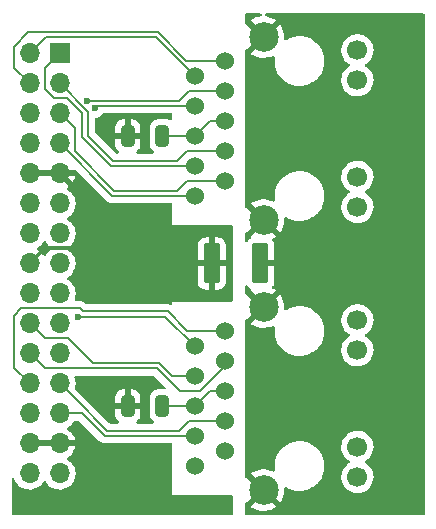
<source format=gtl>
%TF.GenerationSoftware,KiCad,Pcbnew,6.0.0*%
%TF.CreationDate,2022-01-23T14:05:37+02:00*%
%TF.ProjectId,colorlight-i5-ethernet,636f6c6f-726c-4696-9768-742d69352d65,rev?*%
%TF.SameCoordinates,Original*%
%TF.FileFunction,Copper,L1,Top*%
%TF.FilePolarity,Positive*%
%FSLAX46Y46*%
G04 Gerber Fmt 4.6, Leading zero omitted, Abs format (unit mm)*
G04 Created by KiCad (PCBNEW 6.0.0) date 2022-01-23 14:05:37*
%MOMM*%
%LPD*%
G01*
G04 APERTURE LIST*
G04 Aperture macros list*
%AMRoundRect*
0 Rectangle with rounded corners*
0 $1 Rounding radius*
0 $2 $3 $4 $5 $6 $7 $8 $9 X,Y pos of 4 corners*
0 Add a 4 corners polygon primitive as box body*
4,1,4,$2,$3,$4,$5,$6,$7,$8,$9,$2,$3,0*
0 Add four circle primitives for the rounded corners*
1,1,$1+$1,$2,$3*
1,1,$1+$1,$4,$5*
1,1,$1+$1,$6,$7*
1,1,$1+$1,$8,$9*
0 Add four rect primitives between the rounded corners*
20,1,$1+$1,$2,$3,$4,$5,0*
20,1,$1+$1,$4,$5,$6,$7,0*
20,1,$1+$1,$6,$7,$8,$9,0*
20,1,$1+$1,$8,$9,$2,$3,0*%
G04 Aperture macros list end*
%TA.AperFunction,ComponentPad*%
%ADD10C,2.500000*%
%TD*%
%TA.AperFunction,ComponentPad*%
%ADD11C,1.700000*%
%TD*%
%TA.AperFunction,ComponentPad*%
%ADD12C,1.524000*%
%TD*%
%TA.AperFunction,ComponentPad*%
%ADD13R,1.700000X1.700000*%
%TD*%
%TA.AperFunction,ComponentPad*%
%ADD14O,1.700000X1.700000*%
%TD*%
%TA.AperFunction,SMDPad,CuDef*%
%ADD15RoundRect,0.249999X0.450001X1.450001X-0.450001X1.450001X-0.450001X-1.450001X0.450001X-1.450001X0*%
%TD*%
%TA.AperFunction,SMDPad,CuDef*%
%ADD16RoundRect,0.250000X0.325000X0.650000X-0.325000X0.650000X-0.325000X-0.650000X0.325000X-0.650000X0*%
%TD*%
%TA.AperFunction,ViaPad*%
%ADD17C,0.600000*%
%TD*%
%TA.AperFunction,Conductor*%
%ADD18C,0.500000*%
%TD*%
%TA.AperFunction,Conductor*%
%ADD19C,0.300000*%
%TD*%
%TA.AperFunction,Conductor*%
%ADD20C,0.200000*%
%TD*%
G04 APERTURE END LIST*
D10*
%TO.P,J2,SH*%
%TO.N,Earth*%
X52830000Y-24000000D03*
X52830000Y-39500000D03*
D11*
%TO.P,J2,14*%
%TO.N,Net-(J2-Pad14)*%
X60780000Y-25120000D03*
%TO.P,J2,13*%
%TO.N,Net-(J2-Pad13)*%
X60780000Y-27660000D03*
%TO.P,J2,12*%
%TO.N,Net-(J2-Pad12)*%
X60780000Y-35840000D03*
%TO.P,J2,11*%
%TO.N,Net-(J2-Pad11)*%
X60780000Y-38380000D03*
D12*
%TO.P,J2,10*%
%TO.N,/ETH1_4_N*%
X49530000Y-26035000D03*
%TO.P,J2,9*%
%TO.N,/ETH1_4_P*%
X46990000Y-27305000D03*
%TO.P,J2,8*%
%TO.N,/ETH1_3_N*%
X49530000Y-28575000D03*
%TO.P,J2,7*%
%TO.N,/ETH1_3_P*%
X46990000Y-29845000D03*
%TO.P,J2,6*%
%TO.N,Net-(C1-Pad1)*%
X49530000Y-31115000D03*
%TO.P,J2,5*%
X46990000Y-32385000D03*
%TO.P,J2,4*%
%TO.N,/ETH1_2_N*%
X49530000Y-33655000D03*
%TO.P,J2,3*%
%TO.N,/ETH1_2_P*%
X46990000Y-34925000D03*
%TO.P,J2,2*%
%TO.N,/ETH1_1_N*%
X49530000Y-36195000D03*
%TO.P,J2,1*%
%TO.N,/ETH1_1_P*%
X46990000Y-37465000D03*
%TD*%
D10*
%TO.P,J3,SH*%
%TO.N,Earth*%
X52830000Y-46860000D03*
X52830000Y-62360000D03*
D11*
%TO.P,J3,14*%
%TO.N,Net-(J3-Pad14)*%
X60780000Y-47980000D03*
%TO.P,J3,13*%
%TO.N,Net-(J3-Pad13)*%
X60780000Y-50520000D03*
%TO.P,J3,12*%
%TO.N,Net-(J3-Pad12)*%
X60780000Y-58700000D03*
%TO.P,J3,11*%
%TO.N,Net-(J3-Pad11)*%
X60780000Y-61240000D03*
D12*
%TO.P,J3,10*%
%TO.N,/ETH2_4_N*%
X49530000Y-48895000D03*
%TO.P,J3,9*%
%TO.N,/ETH2_4_P*%
X46990000Y-50165000D03*
%TO.P,J3,8*%
%TO.N,/ETH2_3_N*%
X49530000Y-51435000D03*
%TO.P,J3,7*%
%TO.N,/ETH2_3_P*%
X46990000Y-52705000D03*
%TO.P,J3,6*%
%TO.N,Net-(C2-Pad1)*%
X49530000Y-53975000D03*
%TO.P,J3,5*%
X46990000Y-55245000D03*
%TO.P,J3,4*%
%TO.N,/ETH2_2_N*%
X49530000Y-56515000D03*
%TO.P,J3,3*%
%TO.N,/ETH2_2_P*%
X46990000Y-57785000D03*
%TO.P,J3,2*%
%TO.N,/ETH2_1_N*%
X49530000Y-59055000D03*
%TO.P,J3,1*%
%TO.N,/ETH2_1_P*%
X46990000Y-60325000D03*
%TD*%
D13*
%TO.P,J1,1*%
%TO.N,/ETH1_2_P*%
X35560000Y-25400000D03*
D14*
%TO.P,J1,30*%
%TO.N,/ETH1_4_P*%
X33020000Y-25400000D03*
%TO.P,J1,2*%
%TO.N,/ETH1_2_N*%
X35560000Y-27940000D03*
%TO.P,J1,29*%
%TO.N,/ETH1_4_N*%
X33020000Y-27940000D03*
%TO.P,J1,3*%
%TO.N,/ETH1_1_N*%
X35560000Y-30480000D03*
%TO.P,J1,28*%
%TO.N,/ETH1_3_N*%
X33020000Y-30480000D03*
%TO.P,J1,4*%
%TO.N,/ETH1_1_P*%
X35560000Y-33020000D03*
%TO.P,J1,27*%
%TO.N,/ETH1_3_P*%
X33020000Y-33020000D03*
%TO.P,J1,5*%
%TO.N,GND*%
X35560000Y-35560000D03*
%TO.P,J1,26*%
X33020000Y-35560000D03*
%TO.P,J1,6*%
%TO.N,Net-(J1-Pad6)*%
X35560000Y-38100000D03*
%TO.P,J1,25*%
%TO.N,Net-(J1-Pad25)*%
X33020000Y-38100000D03*
%TO.P,J1,7*%
%TO.N,Net-(J1-Pad7)*%
X35560000Y-40640000D03*
%TO.P,J1,24*%
%TO.N,Net-(J1-Pad24)*%
X33020000Y-40640000D03*
%TO.P,J1,8*%
%TO.N,Net-(J1-Pad8)*%
X35560000Y-43180000D03*
%TO.P,J1,23*%
%TO.N,GND*%
X33020000Y-43180000D03*
%TO.P,J1,9*%
%TO.N,Net-(J1-Pad9)*%
X35560000Y-45720000D03*
%TO.P,J1,22*%
%TO.N,Net-(J1-Pad22)*%
X33020000Y-45720000D03*
%TO.P,J1,10*%
%TO.N,/ETH2_1_P*%
X35560000Y-48260000D03*
%TO.P,J1,21*%
%TO.N,/ETH2_3_P*%
X33020000Y-48260000D03*
%TO.P,J1,11*%
%TO.N,/ETH2_1_N*%
X35560000Y-50800000D03*
%TO.P,J1,20*%
%TO.N,/ETH2_3_N*%
X33020000Y-50800000D03*
%TO.P,J1,12*%
%TO.N,/ETH2_2_N*%
X35560000Y-53340000D03*
%TO.P,J1,19*%
%TO.N,/ETH2_4_N*%
X33020000Y-53340000D03*
%TO.P,J1,13*%
%TO.N,/ETH2_2_P*%
X35560000Y-55880000D03*
%TO.P,J1,18*%
%TO.N,/ETH2_4_P*%
X33020000Y-55880000D03*
%TO.P,J1,14*%
%TO.N,GND*%
X35560000Y-58420000D03*
%TO.P,J1,17*%
X33020000Y-58420000D03*
%TO.P,J1,15*%
%TO.N,Net-(J1-Pad15)*%
X35560000Y-60960000D03*
%TO.P,J1,16*%
%TO.N,Net-(J1-Pad16)*%
X33020000Y-60960000D03*
%TD*%
D15*
%TO.P,C3,2*%
%TO.N,GND*%
X48450000Y-43180000D03*
%TO.P,C3,1*%
%TO.N,Earth*%
X52550000Y-43180000D03*
%TD*%
D16*
%TO.P,C2,2*%
%TO.N,GND*%
X41324000Y-55245000D03*
%TO.P,C2,1*%
%TO.N,Net-(C2-Pad1)*%
X44274000Y-55245000D03*
%TD*%
%TO.P,C1,2*%
%TO.N,GND*%
X41324000Y-32385000D03*
%TO.P,C1,1*%
%TO.N,Net-(C1-Pad1)*%
X44274000Y-32385000D03*
%TD*%
D17*
%TO.N,GND*%
X46736000Y-43180000D03*
X46736000Y-42164000D03*
X46736000Y-41148000D03*
X46736000Y-44196000D03*
X46736000Y-45212000D03*
X40132000Y-32385000D03*
X40132000Y-55245000D03*
X37338000Y-37211000D03*
X37338000Y-39370000D03*
X37338000Y-41910000D03*
X42926000Y-58801000D03*
X42037000Y-58801000D03*
X43815000Y-58775600D03*
X42037000Y-61849000D03*
X42926000Y-61849000D03*
X43815000Y-61849000D03*
%TO.N,Earth*%
X54610000Y-41148000D03*
X66040000Y-43180000D03*
X54610000Y-43180000D03*
X54610000Y-42164000D03*
X54610000Y-45212000D03*
X54610000Y-44196000D03*
X66040000Y-41148000D03*
X66040000Y-39116000D03*
X66040000Y-37084000D03*
X66040000Y-35052000D03*
X66040000Y-33020000D03*
X66040000Y-30988000D03*
X66040000Y-28956000D03*
X66040000Y-26924000D03*
X66040000Y-24892000D03*
X66040000Y-22860000D03*
X66040000Y-45212000D03*
X66040000Y-47244000D03*
X66040000Y-49276000D03*
X66040000Y-51308000D03*
X66040000Y-53340000D03*
X66040000Y-55372000D03*
X66040000Y-57404000D03*
X66040000Y-59436000D03*
X66040000Y-61468000D03*
X66040000Y-63500000D03*
%TO.N,/ETH1_3_N*%
X37909500Y-29400500D03*
%TO.N,/ETH1_3_P*%
X38544500Y-30035500D03*
%TO.N,/ETH2_4_P*%
X37084000Y-47688500D03*
%TD*%
D18*
%TO.N,GND*%
X35560000Y-35560000D02*
X36703000Y-36703000D01*
D19*
X34290000Y-41910000D02*
X37338000Y-41910000D01*
X33020000Y-43180000D02*
X34290000Y-41910000D01*
D20*
%TO.N,Net-(C1-Pad1)*%
X48260000Y-31115000D02*
X46990000Y-32385000D01*
X49530000Y-31115000D02*
X48260000Y-31115000D01*
X44274000Y-32385000D02*
X46990000Y-32385000D01*
%TO.N,Net-(C2-Pad1)*%
X48260000Y-53975000D02*
X46990000Y-55245000D01*
X49530000Y-53975000D02*
X48260000Y-53975000D01*
X46990000Y-55245000D02*
X44274000Y-55245000D01*
%TO.N,/ETH1_4_P*%
X34391600Y-24028400D02*
X33020000Y-25400000D01*
X43713400Y-24028400D02*
X34391600Y-24028400D01*
X46990000Y-27305000D02*
X43713400Y-24028400D01*
%TO.N,/ETH1_4_N*%
X31699200Y-24815800D02*
X31699200Y-26619200D01*
X32893000Y-23622000D02*
X31699200Y-24815800D01*
X43878500Y-23622000D02*
X32893000Y-23622000D01*
X46291500Y-26035000D02*
X43878500Y-23622000D01*
X31699200Y-26619200D02*
X33020000Y-27940000D01*
X49530000Y-26035000D02*
X46291500Y-26035000D01*
%TO.N,/ETH1_3_N*%
X46482000Y-28575000D02*
X49530000Y-28575000D01*
X45656500Y-29400500D02*
X46482000Y-28575000D01*
X37909500Y-29400500D02*
X45656500Y-29400500D01*
%TO.N,/ETH1_3_P*%
X38544500Y-30035500D02*
X38735000Y-29845000D01*
X38735000Y-29845000D02*
X46990000Y-29845000D01*
%TO.N,/ETH2_3_P*%
X33020000Y-48260000D02*
X34290000Y-49530000D01*
X34290000Y-49530000D02*
X36258500Y-49530000D01*
X36258500Y-49530000D02*
X38354000Y-51625500D01*
X38354000Y-51625500D02*
X44005500Y-51625500D01*
X44005500Y-51625500D02*
X45085000Y-52705000D01*
X45085000Y-52705000D02*
X46990000Y-52705000D01*
%TO.N,/ETH2_3_N*%
X33020000Y-50800000D02*
X34290000Y-52070000D01*
X45720000Y-53975000D02*
X47434500Y-53975000D01*
X34290000Y-52070000D02*
X43815000Y-52070000D01*
X43815000Y-52070000D02*
X45720000Y-53975000D01*
X47434500Y-53975000D02*
X49530000Y-51879500D01*
X49530000Y-51879500D02*
X49530000Y-51435000D01*
%TO.N,/ETH2_4_N*%
X46355000Y-48895000D02*
X49530000Y-48895000D01*
X44704000Y-47244000D02*
X46355000Y-48895000D01*
X37528500Y-47244000D02*
X44704000Y-47244000D01*
X37274500Y-46990000D02*
X37528500Y-47244000D01*
X32321500Y-46990000D02*
X37274500Y-46990000D01*
X31686500Y-47625000D02*
X32321500Y-46990000D01*
X31686500Y-52006500D02*
X31686500Y-47625000D01*
X33020000Y-53340000D02*
X31686500Y-52006500D01*
%TO.N,/ETH2_4_P*%
X44513500Y-47688500D02*
X46990000Y-50165000D01*
X37084000Y-47688500D02*
X44513500Y-47688500D01*
%TO.N,/ETH2_2_P*%
X37465000Y-55880000D02*
X35560000Y-55880000D01*
X39370000Y-57785000D02*
X37465000Y-55880000D01*
X46990000Y-57785000D02*
X39370000Y-57785000D01*
%TO.N,/ETH2_2_N*%
X36830000Y-54610000D02*
X35560000Y-53340000D01*
X39560500Y-57340500D02*
X36830000Y-54610000D01*
X45656500Y-57340500D02*
X39560500Y-57340500D01*
X46482000Y-56515000D02*
X45656500Y-57340500D01*
X49530000Y-56515000D02*
X46482000Y-56515000D01*
%TO.N,/ETH1_1_P*%
X35560000Y-33020000D02*
X40005000Y-37465000D01*
X40005000Y-37465000D02*
X46990000Y-37465000D01*
%TO.N,/ETH1_1_N*%
X36830000Y-31750000D02*
X35560000Y-30480000D01*
X36830000Y-33655000D02*
X36830000Y-31750000D01*
X40195500Y-37020500D02*
X36830000Y-33655000D01*
X46355000Y-36195000D02*
X45529500Y-37020500D01*
X45529500Y-37020500D02*
X40195500Y-37020500D01*
X49530000Y-36195000D02*
X46355000Y-36195000D01*
%TO.N,/ETH1_2_N*%
X37973000Y-30353000D02*
X35560000Y-27940000D01*
X40068500Y-34480500D02*
X37973000Y-32385000D01*
X37973000Y-32385000D02*
X37973000Y-30353000D01*
X45529500Y-34480500D02*
X40068500Y-34480500D01*
X46355000Y-33655000D02*
X45529500Y-34480500D01*
X49530000Y-33655000D02*
X46355000Y-33655000D01*
%TO.N,/ETH1_2_P*%
X34290000Y-26670000D02*
X35560000Y-25400000D01*
X34290000Y-28448000D02*
X34290000Y-26670000D01*
X35052000Y-29210000D02*
X34290000Y-28448000D01*
X36195000Y-29210000D02*
X35052000Y-29210000D01*
X37465000Y-32448500D02*
X37465000Y-30480000D01*
X37465000Y-30480000D02*
X36195000Y-29210000D01*
X39941500Y-34925000D02*
X37465000Y-32448500D01*
X46990000Y-34925000D02*
X39941500Y-34925000D01*
%TD*%
%TA.AperFunction,Conductor*%
%TO.N,Earth*%
G36*
X52637636Y-22028002D02*
G01*
X52684129Y-22081658D01*
X52694233Y-22151932D01*
X52664739Y-22216512D01*
X52605013Y-22254896D01*
X52586506Y-22258849D01*
X52468097Y-22274964D01*
X52458978Y-22276902D01*
X52217098Y-22347404D01*
X52208367Y-22350667D01*
X51979558Y-22456151D01*
X51971406Y-22460670D01*
X51792353Y-22578062D01*
X51783216Y-22588803D01*
X51787789Y-22598579D01*
X52817188Y-23627978D01*
X52831132Y-23635592D01*
X52832965Y-23635461D01*
X52839580Y-23631210D01*
X53868419Y-22602371D01*
X53874803Y-22590681D01*
X53865391Y-22578570D01*
X53728593Y-22483670D01*
X53720565Y-22478942D01*
X53494593Y-22367505D01*
X53485960Y-22364017D01*
X53245998Y-22287205D01*
X53236938Y-22285029D01*
X53073197Y-22258362D01*
X53009178Y-22227670D01*
X52971914Y-22167238D01*
X52973238Y-22096254D01*
X53012728Y-22037254D01*
X53077848Y-22008970D01*
X53093451Y-22008000D01*
X66366000Y-22008000D01*
X66434121Y-22028002D01*
X66480614Y-22081658D01*
X66492000Y-22134000D01*
X66492000Y-64366000D01*
X66471998Y-64434121D01*
X66418342Y-64480614D01*
X66366000Y-64492000D01*
X51376000Y-64492000D01*
X51307879Y-64471998D01*
X51261386Y-64418342D01*
X51250000Y-64366000D01*
X51250000Y-63769133D01*
X51785612Y-63769133D01*
X51794325Y-63780653D01*
X51892018Y-63852284D01*
X51899928Y-63857227D01*
X52122890Y-63974533D01*
X52131453Y-63978256D01*
X52369304Y-64061318D01*
X52378313Y-64063732D01*
X52625842Y-64110727D01*
X52635098Y-64111781D01*
X52886857Y-64121673D01*
X52896171Y-64121347D01*
X53146615Y-64093920D01*
X53155792Y-64092219D01*
X53399431Y-64028074D01*
X53408251Y-64025037D01*
X53639736Y-63925583D01*
X53648008Y-63921276D01*
X53862249Y-63788700D01*
X53869188Y-63783658D01*
X53877518Y-63771019D01*
X53871456Y-63760666D01*
X52842812Y-62732022D01*
X52828868Y-62724408D01*
X52827035Y-62724539D01*
X52820420Y-62728790D01*
X51792270Y-63756940D01*
X51785612Y-63769133D01*
X51250000Y-63769133D01*
X51250000Y-63528424D01*
X51270002Y-63460303D01*
X51323658Y-63413810D01*
X51385095Y-63404977D01*
X51385250Y-63402840D01*
X51419120Y-63405303D01*
X51433123Y-63397667D01*
X52457978Y-62372812D01*
X52465592Y-62358868D01*
X52465461Y-62357035D01*
X52461210Y-62350420D01*
X51431321Y-61320531D01*
X51417377Y-61312917D01*
X51384989Y-61315233D01*
X51315615Y-61300142D01*
X51265413Y-61249940D01*
X51250000Y-61189554D01*
X51250000Y-60948803D01*
X51783216Y-60948803D01*
X51787789Y-60958579D01*
X54229913Y-63400703D01*
X54242293Y-63407463D01*
X54250634Y-63401219D01*
X54376765Y-63205127D01*
X54381212Y-63196936D01*
X54484691Y-62967222D01*
X54487882Y-62958455D01*
X54556269Y-62715976D01*
X54558129Y-62706834D01*
X54590116Y-62455396D01*
X54590597Y-62449108D01*
X54592847Y-62363160D01*
X54592696Y-62356851D01*
X54584252Y-62243227D01*
X54599151Y-62173811D01*
X54649214Y-62123470D01*
X54718545Y-62108186D01*
X54768865Y-62122535D01*
X55020392Y-62255712D01*
X55098160Y-62284171D01*
X55279194Y-62350420D01*
X55290373Y-62354511D01*
X55571264Y-62415755D01*
X55599841Y-62418004D01*
X55794282Y-62433307D01*
X55794291Y-62433307D01*
X55796739Y-62433500D01*
X55952271Y-62433500D01*
X55954407Y-62433354D01*
X55954418Y-62433354D01*
X56162548Y-62419165D01*
X56162554Y-62419164D01*
X56166825Y-62418873D01*
X56171020Y-62418004D01*
X56171022Y-62418004D01*
X56307584Y-62389723D01*
X56448342Y-62360574D01*
X56719343Y-62264607D01*
X56974812Y-62132750D01*
X56978313Y-62130289D01*
X56978317Y-62130287D01*
X57105802Y-62040689D01*
X57210023Y-61967441D01*
X57331437Y-61854616D01*
X57417479Y-61774661D01*
X57417481Y-61774658D01*
X57420622Y-61771740D01*
X57602713Y-61549268D01*
X57752927Y-61304142D01*
X57795704Y-61206695D01*
X59417251Y-61206695D01*
X59417548Y-61211848D01*
X59417548Y-61211851D01*
X59429812Y-61424547D01*
X59430110Y-61429715D01*
X59431247Y-61434761D01*
X59431248Y-61434767D01*
X59451119Y-61522939D01*
X59479222Y-61647639D01*
X59563266Y-61854616D01*
X59679987Y-62045088D01*
X59826250Y-62213938D01*
X59889005Y-62266038D01*
X59993795Y-62353036D01*
X59998126Y-62356632D01*
X60191000Y-62469338D01*
X60399692Y-62549030D01*
X60404760Y-62550061D01*
X60404763Y-62550062D01*
X60512017Y-62571883D01*
X60618597Y-62593567D01*
X60623772Y-62593757D01*
X60623774Y-62593757D01*
X60836673Y-62601564D01*
X60836677Y-62601564D01*
X60841837Y-62601753D01*
X60846957Y-62601097D01*
X60846959Y-62601097D01*
X61058288Y-62574025D01*
X61058289Y-62574025D01*
X61063416Y-62573368D01*
X61068366Y-62571883D01*
X61272429Y-62510661D01*
X61272434Y-62510659D01*
X61277384Y-62509174D01*
X61477994Y-62410896D01*
X61659860Y-62281173D01*
X61818096Y-62123489D01*
X61877594Y-62040689D01*
X61945435Y-61946277D01*
X61948453Y-61942077D01*
X62047430Y-61741811D01*
X62105929Y-61549268D01*
X62110865Y-61533023D01*
X62110865Y-61533021D01*
X62112370Y-61528069D01*
X62141529Y-61306590D01*
X62143156Y-61240000D01*
X62124852Y-61017361D01*
X62070431Y-60800702D01*
X61981354Y-60595840D01*
X61891989Y-60457703D01*
X61862822Y-60412617D01*
X61862820Y-60412614D01*
X61860014Y-60408277D01*
X61709670Y-60243051D01*
X61705619Y-60239852D01*
X61705615Y-60239848D01*
X61538414Y-60107800D01*
X61538410Y-60107798D01*
X61534359Y-60104598D01*
X61493053Y-60081796D01*
X61443084Y-60031364D01*
X61428312Y-59961921D01*
X61453428Y-59895516D01*
X61480780Y-59868909D01*
X61524603Y-59837650D01*
X61659860Y-59741173D01*
X61818096Y-59583489D01*
X61877594Y-59500689D01*
X61945435Y-59406277D01*
X61948453Y-59402077D01*
X61964566Y-59369476D01*
X62045136Y-59206453D01*
X62045137Y-59206451D01*
X62047430Y-59201811D01*
X62112370Y-58988069D01*
X62141529Y-58766590D01*
X62143156Y-58700000D01*
X62124852Y-58477361D01*
X62070431Y-58260702D01*
X61981354Y-58055840D01*
X61860014Y-57868277D01*
X61709670Y-57703051D01*
X61705619Y-57699852D01*
X61705615Y-57699848D01*
X61538414Y-57567800D01*
X61538410Y-57567798D01*
X61534359Y-57564598D01*
X61338789Y-57456638D01*
X61333920Y-57454914D01*
X61333916Y-57454912D01*
X61133087Y-57383795D01*
X61133083Y-57383794D01*
X61128212Y-57382069D01*
X61123119Y-57381162D01*
X61123116Y-57381161D01*
X60913373Y-57343800D01*
X60913367Y-57343799D01*
X60908284Y-57342894D01*
X60834452Y-57341992D01*
X60690081Y-57340228D01*
X60690079Y-57340228D01*
X60684911Y-57340165D01*
X60464091Y-57373955D01*
X60251756Y-57443357D01*
X60053607Y-57546507D01*
X60049474Y-57549610D01*
X60049471Y-57549612D01*
X60025247Y-57567800D01*
X59874965Y-57680635D01*
X59720629Y-57842138D01*
X59594743Y-58026680D01*
X59500688Y-58229305D01*
X59440989Y-58444570D01*
X59417251Y-58666695D01*
X59417548Y-58671848D01*
X59417548Y-58671851D01*
X59429641Y-58881579D01*
X59430110Y-58889715D01*
X59431247Y-58894761D01*
X59431248Y-58894767D01*
X59431935Y-58897814D01*
X59479222Y-59107639D01*
X59563266Y-59314616D01*
X59679987Y-59505088D01*
X59826250Y-59673938D01*
X59998126Y-59816632D01*
X60068595Y-59857811D01*
X60071445Y-59859476D01*
X60120169Y-59911114D01*
X60133240Y-59980897D01*
X60106509Y-60046669D01*
X60066055Y-60080027D01*
X60053607Y-60086507D01*
X60049474Y-60089610D01*
X60049471Y-60089612D01*
X59906999Y-60196583D01*
X59874965Y-60220635D01*
X59720629Y-60382138D01*
X59594743Y-60566680D01*
X59577551Y-60603717D01*
X59519717Y-60728311D01*
X59500688Y-60769305D01*
X59440989Y-60984570D01*
X59417251Y-61206695D01*
X57795704Y-61206695D01*
X57797957Y-61201562D01*
X57866757Y-61044830D01*
X57868483Y-61040898D01*
X57884529Y-60984570D01*
X57946068Y-60768534D01*
X57947244Y-60764406D01*
X57987751Y-60479784D01*
X57987845Y-60461951D01*
X57989235Y-60196583D01*
X57989235Y-60196576D01*
X57989257Y-60192297D01*
X57975330Y-60086507D01*
X57963498Y-59996638D01*
X57951732Y-59907266D01*
X57875871Y-59629964D01*
X57780460Y-59406277D01*
X57764763Y-59369476D01*
X57764761Y-59369472D01*
X57763077Y-59365524D01*
X57615439Y-59118839D01*
X57435687Y-58894472D01*
X57227149Y-58696577D01*
X56993683Y-58528814D01*
X56971843Y-58517250D01*
X56844276Y-58449707D01*
X56739608Y-58394288D01*
X56469627Y-58295489D01*
X56188736Y-58234245D01*
X56157685Y-58231801D01*
X55965718Y-58216693D01*
X55965709Y-58216693D01*
X55963261Y-58216500D01*
X55807729Y-58216500D01*
X55805593Y-58216646D01*
X55805582Y-58216646D01*
X55597452Y-58230835D01*
X55597446Y-58230836D01*
X55593175Y-58231127D01*
X55588980Y-58231996D01*
X55588978Y-58231996D01*
X55473289Y-58255954D01*
X55311658Y-58289426D01*
X55040657Y-58385393D01*
X54785188Y-58517250D01*
X54781687Y-58519711D01*
X54781683Y-58519713D01*
X54771594Y-58526804D01*
X54549977Y-58682559D01*
X54339378Y-58878260D01*
X54157287Y-59100732D01*
X54007073Y-59345858D01*
X53891517Y-59609102D01*
X53812756Y-59885594D01*
X53772249Y-60170216D01*
X53772227Y-60174505D01*
X53772226Y-60174512D01*
X53770979Y-60412617D01*
X53770743Y-60457703D01*
X53771302Y-60461947D01*
X53771302Y-60461951D01*
X53797134Y-60658163D01*
X53786195Y-60728311D01*
X53739067Y-60781410D01*
X53670713Y-60800600D01*
X53616484Y-60787615D01*
X53494593Y-60727505D01*
X53485960Y-60724017D01*
X53245998Y-60647205D01*
X53236938Y-60645029D01*
X52988260Y-60604529D01*
X52978973Y-60603717D01*
X52727053Y-60600419D01*
X52717742Y-60600989D01*
X52468097Y-60634964D01*
X52458978Y-60636902D01*
X52217098Y-60707404D01*
X52208367Y-60710667D01*
X51979558Y-60816151D01*
X51971406Y-60820670D01*
X51792353Y-60938062D01*
X51783216Y-60948803D01*
X51250000Y-60948803D01*
X51250000Y-48269133D01*
X51785612Y-48269133D01*
X51794325Y-48280653D01*
X51892018Y-48352284D01*
X51899928Y-48357227D01*
X52122890Y-48474533D01*
X52131453Y-48478256D01*
X52369304Y-48561318D01*
X52378313Y-48563732D01*
X52625842Y-48610727D01*
X52635098Y-48611781D01*
X52886857Y-48621673D01*
X52896171Y-48621347D01*
X53146615Y-48593920D01*
X53155792Y-48592219D01*
X53399431Y-48528074D01*
X53408251Y-48525037D01*
X53622489Y-48432993D01*
X53692974Y-48424481D01*
X53756871Y-48455426D01*
X53793895Y-48516005D01*
X53796970Y-48566514D01*
X53779926Y-48686277D01*
X53772249Y-48740216D01*
X53772227Y-48744505D01*
X53772226Y-48744512D01*
X53771129Y-48953938D01*
X53770743Y-49027703D01*
X53771302Y-49031947D01*
X53771302Y-49031951D01*
X53779818Y-49096632D01*
X53808268Y-49312734D01*
X53884129Y-49590036D01*
X53885813Y-49593984D01*
X53993598Y-49846680D01*
X53996923Y-49854476D01*
X54007107Y-49871492D01*
X54135320Y-50085720D01*
X54144561Y-50101161D01*
X54324313Y-50325528D01*
X54341397Y-50341740D01*
X54525710Y-50516646D01*
X54532851Y-50523423D01*
X54766317Y-50691186D01*
X54770112Y-50693195D01*
X54770113Y-50693196D01*
X54791551Y-50704547D01*
X55020392Y-50825712D01*
X55290373Y-50924511D01*
X55571264Y-50985755D01*
X55599841Y-50988004D01*
X55794282Y-51003307D01*
X55794291Y-51003307D01*
X55796739Y-51003500D01*
X55952271Y-51003500D01*
X55954407Y-51003354D01*
X55954418Y-51003354D01*
X56162548Y-50989165D01*
X56162554Y-50989164D01*
X56166825Y-50988873D01*
X56171020Y-50988004D01*
X56171022Y-50988004D01*
X56307583Y-50959724D01*
X56448342Y-50930574D01*
X56719343Y-50834607D01*
X56807362Y-50789177D01*
X56971005Y-50704715D01*
X56971006Y-50704715D01*
X56974812Y-50702750D01*
X56978313Y-50700289D01*
X56978317Y-50700287D01*
X57140091Y-50586590D01*
X57210023Y-50537441D01*
X57264632Y-50486695D01*
X59417251Y-50486695D01*
X59417548Y-50491848D01*
X59417548Y-50491851D01*
X59423011Y-50586590D01*
X59430110Y-50709715D01*
X59431247Y-50714761D01*
X59431248Y-50714767D01*
X59451119Y-50802939D01*
X59479222Y-50927639D01*
X59563266Y-51134616D01*
X59679987Y-51325088D01*
X59826250Y-51493938D01*
X59998126Y-51636632D01*
X60191000Y-51749338D01*
X60399692Y-51829030D01*
X60404760Y-51830061D01*
X60404763Y-51830062D01*
X60512017Y-51851883D01*
X60618597Y-51873567D01*
X60623772Y-51873757D01*
X60623774Y-51873757D01*
X60836673Y-51881564D01*
X60836677Y-51881564D01*
X60841837Y-51881753D01*
X60846957Y-51881097D01*
X60846959Y-51881097D01*
X61058288Y-51854025D01*
X61058289Y-51854025D01*
X61063416Y-51853368D01*
X61068366Y-51851883D01*
X61272429Y-51790661D01*
X61272434Y-51790659D01*
X61277384Y-51789174D01*
X61477994Y-51690896D01*
X61659860Y-51561173D01*
X61818096Y-51403489D01*
X61877594Y-51320689D01*
X61945435Y-51226277D01*
X61948453Y-51222077D01*
X62047430Y-51021811D01*
X62104307Y-50834607D01*
X62110865Y-50813023D01*
X62110865Y-50813021D01*
X62112370Y-50808069D01*
X62141529Y-50586590D01*
X62143011Y-50525926D01*
X62143074Y-50523365D01*
X62143074Y-50523361D01*
X62143156Y-50520000D01*
X62124852Y-50297361D01*
X62070431Y-50080702D01*
X61981354Y-49875840D01*
X61860014Y-49688277D01*
X61709670Y-49523051D01*
X61705619Y-49519852D01*
X61705615Y-49519848D01*
X61538414Y-49387800D01*
X61538410Y-49387798D01*
X61534359Y-49384598D01*
X61493053Y-49361796D01*
X61443084Y-49311364D01*
X61428312Y-49241921D01*
X61453428Y-49175516D01*
X61480780Y-49148909D01*
X61524603Y-49117650D01*
X61659860Y-49021173D01*
X61818096Y-48863489D01*
X61877594Y-48780689D01*
X61945435Y-48686277D01*
X61948453Y-48682077D01*
X61978307Y-48621673D01*
X62045136Y-48486453D01*
X62045137Y-48486451D01*
X62047430Y-48481811D01*
X62112370Y-48268069D01*
X62141529Y-48046590D01*
X62143156Y-47980000D01*
X62124852Y-47757361D01*
X62070431Y-47540702D01*
X61981354Y-47335840D01*
X61936546Y-47266577D01*
X61862822Y-47152617D01*
X61862820Y-47152614D01*
X61860014Y-47148277D01*
X61709670Y-46983051D01*
X61705619Y-46979852D01*
X61705615Y-46979848D01*
X61538414Y-46847800D01*
X61538410Y-46847798D01*
X61534359Y-46844598D01*
X61338789Y-46736638D01*
X61333920Y-46734914D01*
X61333916Y-46734912D01*
X61133087Y-46663795D01*
X61133083Y-46663794D01*
X61128212Y-46662069D01*
X61123119Y-46661162D01*
X61123116Y-46661161D01*
X60913373Y-46623800D01*
X60913367Y-46623799D01*
X60908284Y-46622894D01*
X60834452Y-46621992D01*
X60690081Y-46620228D01*
X60690079Y-46620228D01*
X60684911Y-46620165D01*
X60464091Y-46653955D01*
X60251756Y-46723357D01*
X60053607Y-46826507D01*
X60049474Y-46829610D01*
X60049471Y-46829612D01*
X59881925Y-46955409D01*
X59874965Y-46960635D01*
X59720629Y-47122138D01*
X59594743Y-47306680D01*
X59579003Y-47340590D01*
X59522867Y-47461525D01*
X59500688Y-47509305D01*
X59440989Y-47724570D01*
X59417251Y-47946695D01*
X59417548Y-47951848D01*
X59417548Y-47951851D01*
X59423011Y-48046590D01*
X59430110Y-48169715D01*
X59431247Y-48174761D01*
X59431248Y-48174767D01*
X59449767Y-48256940D01*
X59479222Y-48387639D01*
X59563266Y-48594616D01*
X59614019Y-48677438D01*
X59666021Y-48762297D01*
X59679987Y-48785088D01*
X59826250Y-48953938D01*
X59998126Y-49096632D01*
X60068595Y-49137811D01*
X60071445Y-49139476D01*
X60120169Y-49191114D01*
X60133240Y-49260897D01*
X60106509Y-49326669D01*
X60066055Y-49360027D01*
X60053607Y-49366507D01*
X60049474Y-49369610D01*
X60049471Y-49369612D01*
X60025247Y-49387800D01*
X59874965Y-49500635D01*
X59871393Y-49504373D01*
X59785759Y-49593984D01*
X59720629Y-49662138D01*
X59594743Y-49846680D01*
X59500688Y-50049305D01*
X59440989Y-50264570D01*
X59417251Y-50486695D01*
X57264632Y-50486695D01*
X57420622Y-50341740D01*
X57602713Y-50119268D01*
X57752927Y-49874142D01*
X57868483Y-49610898D01*
X57947244Y-49334406D01*
X57987751Y-49049784D01*
X57987845Y-49031951D01*
X57989235Y-48766583D01*
X57989235Y-48766576D01*
X57989257Y-48762297D01*
X57951732Y-48477266D01*
X57875871Y-48199964D01*
X57809022Y-48043240D01*
X57764763Y-47939476D01*
X57764761Y-47939472D01*
X57763077Y-47935524D01*
X57688527Y-47810960D01*
X57617643Y-47692521D01*
X57617640Y-47692517D01*
X57615439Y-47688839D01*
X57435687Y-47464472D01*
X57312289Y-47347372D01*
X57230258Y-47269527D01*
X57230255Y-47269525D01*
X57227149Y-47266577D01*
X56993683Y-47098814D01*
X56971843Y-47087250D01*
X56948654Y-47074972D01*
X56739608Y-46964288D01*
X56469627Y-46865489D01*
X56188736Y-46804245D01*
X56157685Y-46801801D01*
X55965718Y-46786693D01*
X55965709Y-46786693D01*
X55963261Y-46786500D01*
X55807729Y-46786500D01*
X55805593Y-46786646D01*
X55805582Y-46786646D01*
X55597452Y-46800835D01*
X55597446Y-46800836D01*
X55593175Y-46801127D01*
X55588980Y-46801996D01*
X55588978Y-46801996D01*
X55482155Y-46824118D01*
X55311658Y-46859426D01*
X55040657Y-46955393D01*
X54785188Y-47087250D01*
X54781675Y-47089719D01*
X54778805Y-47091457D01*
X54710175Y-47109636D01*
X54642612Y-47087826D01*
X54597565Y-47032950D01*
X54588541Y-46967778D01*
X54590115Y-46955409D01*
X54590597Y-46949108D01*
X54592847Y-46863160D01*
X54592696Y-46856851D01*
X54573912Y-46604074D01*
X54572536Y-46594868D01*
X54516929Y-46349126D01*
X54514205Y-46340215D01*
X54422888Y-46105392D01*
X54418877Y-46096983D01*
X54293854Y-45878240D01*
X54288643Y-45870514D01*
X54251391Y-45823261D01*
X54239466Y-45814790D01*
X54227934Y-45821276D01*
X51792270Y-48256940D01*
X51785612Y-48269133D01*
X51250000Y-48269133D01*
X51250000Y-48028424D01*
X51270002Y-47960303D01*
X51323658Y-47913810D01*
X51385095Y-47904977D01*
X51385250Y-47902840D01*
X51419120Y-47905303D01*
X51433123Y-47897667D01*
X52457978Y-46872812D01*
X52465592Y-46858868D01*
X52465461Y-46857035D01*
X52461210Y-46850420D01*
X51431321Y-45820531D01*
X51417377Y-45812917D01*
X51384989Y-45815233D01*
X51315615Y-45800142D01*
X51265413Y-45749940D01*
X51250000Y-45689554D01*
X51250000Y-45140004D01*
X51270002Y-45071883D01*
X51323658Y-45025390D01*
X51393932Y-45015286D01*
X51458512Y-45044780D01*
X51483144Y-45073701D01*
X51498063Y-45097810D01*
X51507099Y-45109209D01*
X51621828Y-45223738D01*
X51633239Y-45232750D01*
X51728002Y-45291163D01*
X51775495Y-45343935D01*
X51786762Y-45415217D01*
X51782462Y-45447190D01*
X51787789Y-45458579D01*
X52817188Y-46487978D01*
X52831132Y-46495592D01*
X52832965Y-46495461D01*
X52839580Y-46491210D01*
X53868419Y-45462371D01*
X53874803Y-45450681D01*
X53865391Y-45438570D01*
X53728593Y-45343670D01*
X53720565Y-45338942D01*
X53637796Y-45298125D01*
X53585547Y-45250057D01*
X53567580Y-45181372D01*
X53589599Y-45113876D01*
X53594644Y-45107025D01*
X53602750Y-45096762D01*
X53687816Y-44958758D01*
X53693963Y-44945577D01*
X53745138Y-44791291D01*
X53748005Y-44777915D01*
X53757672Y-44683563D01*
X53758000Y-44677147D01*
X53758000Y-43452115D01*
X53753525Y-43436876D01*
X53752135Y-43435671D01*
X53744452Y-43434000D01*
X52422000Y-43434000D01*
X52353879Y-43413998D01*
X52307386Y-43360342D01*
X52296000Y-43308000D01*
X52296000Y-43052000D01*
X52316002Y-42983879D01*
X52369658Y-42937386D01*
X52422000Y-42926000D01*
X53739885Y-42926000D01*
X53755124Y-42921525D01*
X53756329Y-42920135D01*
X53758000Y-42912452D01*
X53758000Y-41682902D01*
X53757663Y-41676387D01*
X53747744Y-41580795D01*
X53744850Y-41567396D01*
X53693412Y-41413215D01*
X53687238Y-41400036D01*
X53601938Y-41262191D01*
X53597437Y-41256513D01*
X53570800Y-41190703D01*
X53583971Y-41120939D01*
X53637997Y-41066489D01*
X53648002Y-41061280D01*
X53862249Y-40928700D01*
X53869188Y-40923658D01*
X53877518Y-40911019D01*
X53871456Y-40900666D01*
X52842812Y-39872022D01*
X52828868Y-39864408D01*
X52827035Y-39864539D01*
X52820420Y-39868790D01*
X51792270Y-40896940D01*
X51784656Y-40910884D01*
X51786555Y-40937446D01*
X51791171Y-40949634D01*
X51776428Y-41019083D01*
X51731842Y-41066398D01*
X51632184Y-41128068D01*
X51620791Y-41137099D01*
X51506262Y-41251828D01*
X51497247Y-41263242D01*
X51483260Y-41285934D01*
X51430488Y-41333428D01*
X51360417Y-41344852D01*
X51295293Y-41316578D01*
X51255793Y-41257585D01*
X51250000Y-41219819D01*
X51250000Y-40668424D01*
X51270002Y-40600303D01*
X51323658Y-40553810D01*
X51385095Y-40544977D01*
X51385250Y-40542840D01*
X51419120Y-40545303D01*
X51433123Y-40537667D01*
X52457978Y-39512812D01*
X52465592Y-39498868D01*
X52465461Y-39497035D01*
X52461210Y-39490420D01*
X51431321Y-38460531D01*
X51417377Y-38452917D01*
X51384989Y-38455233D01*
X51315615Y-38440142D01*
X51265413Y-38389940D01*
X51250000Y-38329554D01*
X51250000Y-38088803D01*
X51783216Y-38088803D01*
X51787789Y-38098579D01*
X54229913Y-40540703D01*
X54242293Y-40547463D01*
X54250634Y-40541219D01*
X54376765Y-40345127D01*
X54381212Y-40336936D01*
X54484691Y-40107222D01*
X54487882Y-40098455D01*
X54556269Y-39855976D01*
X54558129Y-39846834D01*
X54590116Y-39595396D01*
X54590597Y-39589108D01*
X54592847Y-39503160D01*
X54592696Y-39496851D01*
X54584252Y-39383227D01*
X54599151Y-39313811D01*
X54649214Y-39263470D01*
X54718545Y-39248186D01*
X54768865Y-39262535D01*
X55020392Y-39395712D01*
X55098160Y-39424171D01*
X55279194Y-39490420D01*
X55290373Y-39494511D01*
X55571264Y-39555755D01*
X55599841Y-39558004D01*
X55794282Y-39573307D01*
X55794291Y-39573307D01*
X55796739Y-39573500D01*
X55952271Y-39573500D01*
X55954407Y-39573354D01*
X55954418Y-39573354D01*
X56162548Y-39559165D01*
X56162554Y-39559164D01*
X56166825Y-39558873D01*
X56171020Y-39558004D01*
X56171022Y-39558004D01*
X56307584Y-39529723D01*
X56448342Y-39500574D01*
X56719343Y-39404607D01*
X56974812Y-39272750D01*
X56978313Y-39270289D01*
X56978317Y-39270287D01*
X57105802Y-39180689D01*
X57210023Y-39107441D01*
X57331437Y-38994616D01*
X57417479Y-38914661D01*
X57417481Y-38914658D01*
X57420622Y-38911740D01*
X57602713Y-38689268D01*
X57752927Y-38444142D01*
X57795704Y-38346695D01*
X59417251Y-38346695D01*
X59417548Y-38351848D01*
X59417548Y-38351851D01*
X59429812Y-38564547D01*
X59430110Y-38569715D01*
X59431247Y-38574761D01*
X59431248Y-38574767D01*
X59451119Y-38662939D01*
X59479222Y-38787639D01*
X59563266Y-38994616D01*
X59679987Y-39185088D01*
X59826250Y-39353938D01*
X59889005Y-39406038D01*
X59993795Y-39493036D01*
X59998126Y-39496632D01*
X60191000Y-39609338D01*
X60399692Y-39689030D01*
X60404760Y-39690061D01*
X60404763Y-39690062D01*
X60512017Y-39711883D01*
X60618597Y-39733567D01*
X60623772Y-39733757D01*
X60623774Y-39733757D01*
X60836673Y-39741564D01*
X60836677Y-39741564D01*
X60841837Y-39741753D01*
X60846957Y-39741097D01*
X60846959Y-39741097D01*
X61058288Y-39714025D01*
X61058289Y-39714025D01*
X61063416Y-39713368D01*
X61068366Y-39711883D01*
X61272429Y-39650661D01*
X61272434Y-39650659D01*
X61277384Y-39649174D01*
X61477994Y-39550896D01*
X61659860Y-39421173D01*
X61818096Y-39263489D01*
X61877594Y-39180689D01*
X61945435Y-39086277D01*
X61948453Y-39082077D01*
X62047430Y-38881811D01*
X62105929Y-38689268D01*
X62110865Y-38673023D01*
X62110865Y-38673021D01*
X62112370Y-38668069D01*
X62141529Y-38446590D01*
X62143156Y-38380000D01*
X62124852Y-38157361D01*
X62070431Y-37940702D01*
X61981354Y-37735840D01*
X61891989Y-37597703D01*
X61862822Y-37552617D01*
X61862820Y-37552614D01*
X61860014Y-37548277D01*
X61709670Y-37383051D01*
X61705619Y-37379852D01*
X61705615Y-37379848D01*
X61538414Y-37247800D01*
X61538410Y-37247798D01*
X61534359Y-37244598D01*
X61493053Y-37221796D01*
X61443084Y-37171364D01*
X61428312Y-37101921D01*
X61453428Y-37035516D01*
X61480780Y-37008909D01*
X61524603Y-36977650D01*
X61659860Y-36881173D01*
X61818096Y-36723489D01*
X61877594Y-36640689D01*
X61945435Y-36546277D01*
X61948453Y-36542077D01*
X61964566Y-36509476D01*
X62045136Y-36346453D01*
X62045137Y-36346451D01*
X62047430Y-36341811D01*
X62112370Y-36128069D01*
X62141529Y-35906590D01*
X62143156Y-35840000D01*
X62124852Y-35617361D01*
X62070431Y-35400702D01*
X61981354Y-35195840D01*
X61860014Y-35008277D01*
X61709670Y-34843051D01*
X61705619Y-34839852D01*
X61705615Y-34839848D01*
X61538414Y-34707800D01*
X61538410Y-34707798D01*
X61534359Y-34704598D01*
X61338789Y-34596638D01*
X61333920Y-34594914D01*
X61333916Y-34594912D01*
X61133087Y-34523795D01*
X61133083Y-34523794D01*
X61128212Y-34522069D01*
X61123119Y-34521162D01*
X61123116Y-34521161D01*
X60913373Y-34483800D01*
X60913367Y-34483799D01*
X60908284Y-34482894D01*
X60834452Y-34481992D01*
X60690081Y-34480228D01*
X60690079Y-34480228D01*
X60684911Y-34480165D01*
X60464091Y-34513955D01*
X60251756Y-34583357D01*
X60053607Y-34686507D01*
X60049474Y-34689610D01*
X60049471Y-34689612D01*
X60025247Y-34707800D01*
X59874965Y-34820635D01*
X59720629Y-34982138D01*
X59594743Y-35166680D01*
X59500688Y-35369305D01*
X59440989Y-35584570D01*
X59417251Y-35806695D01*
X59417548Y-35811848D01*
X59417548Y-35811851D01*
X59429641Y-36021579D01*
X59430110Y-36029715D01*
X59431247Y-36034761D01*
X59431248Y-36034767D01*
X59431935Y-36037814D01*
X59479222Y-36247639D01*
X59563266Y-36454616D01*
X59679987Y-36645088D01*
X59826250Y-36813938D01*
X59998126Y-36956632D01*
X60068595Y-36997811D01*
X60071445Y-36999476D01*
X60120169Y-37051114D01*
X60133240Y-37120897D01*
X60106509Y-37186669D01*
X60066055Y-37220027D01*
X60053607Y-37226507D01*
X60049474Y-37229610D01*
X60049471Y-37229612D01*
X59906999Y-37336583D01*
X59874965Y-37360635D01*
X59720629Y-37522138D01*
X59594743Y-37706680D01*
X59577551Y-37743717D01*
X59519717Y-37868311D01*
X59500688Y-37909305D01*
X59440989Y-38124570D01*
X59417251Y-38346695D01*
X57795704Y-38346695D01*
X57797957Y-38341562D01*
X57866757Y-38184830D01*
X57868483Y-38180898D01*
X57884529Y-38124570D01*
X57946068Y-37908534D01*
X57947244Y-37904406D01*
X57987751Y-37619784D01*
X57987845Y-37601951D01*
X57989235Y-37336583D01*
X57989235Y-37336576D01*
X57989257Y-37332297D01*
X57975330Y-37226507D01*
X57963498Y-37136638D01*
X57951732Y-37047266D01*
X57875871Y-36769964D01*
X57780460Y-36546277D01*
X57764763Y-36509476D01*
X57764761Y-36509472D01*
X57763077Y-36505524D01*
X57615439Y-36258839D01*
X57435687Y-36034472D01*
X57227149Y-35836577D01*
X56993683Y-35668814D01*
X56971843Y-35657250D01*
X56844276Y-35589707D01*
X56739608Y-35534288D01*
X56469627Y-35435489D01*
X56188736Y-35374245D01*
X56157685Y-35371801D01*
X55965718Y-35356693D01*
X55965709Y-35356693D01*
X55963261Y-35356500D01*
X55807729Y-35356500D01*
X55805593Y-35356646D01*
X55805582Y-35356646D01*
X55597452Y-35370835D01*
X55597446Y-35370836D01*
X55593175Y-35371127D01*
X55588980Y-35371996D01*
X55588978Y-35371996D01*
X55473289Y-35395954D01*
X55311658Y-35429426D01*
X55040657Y-35525393D01*
X54785188Y-35657250D01*
X54781687Y-35659711D01*
X54781683Y-35659713D01*
X54771594Y-35666804D01*
X54549977Y-35822559D01*
X54339378Y-36018260D01*
X54157287Y-36240732D01*
X54007073Y-36485858D01*
X53891517Y-36749102D01*
X53812756Y-37025594D01*
X53772249Y-37310216D01*
X53772227Y-37314505D01*
X53772226Y-37314512D01*
X53770979Y-37552617D01*
X53770743Y-37597703D01*
X53771302Y-37601947D01*
X53771302Y-37601951D01*
X53797134Y-37798163D01*
X53786195Y-37868311D01*
X53739067Y-37921410D01*
X53670713Y-37940600D01*
X53616484Y-37927615D01*
X53494593Y-37867505D01*
X53485960Y-37864017D01*
X53245998Y-37787205D01*
X53236938Y-37785029D01*
X52988260Y-37744529D01*
X52978973Y-37743717D01*
X52727053Y-37740419D01*
X52717742Y-37740989D01*
X52468097Y-37774964D01*
X52458978Y-37776902D01*
X52217098Y-37847404D01*
X52208367Y-37850667D01*
X51979558Y-37956151D01*
X51971406Y-37960670D01*
X51792353Y-38078062D01*
X51783216Y-38088803D01*
X51250000Y-38088803D01*
X51250000Y-25409133D01*
X51785612Y-25409133D01*
X51794325Y-25420653D01*
X51892018Y-25492284D01*
X51899928Y-25497227D01*
X52122890Y-25614533D01*
X52131453Y-25618256D01*
X52369304Y-25701318D01*
X52378313Y-25703732D01*
X52625842Y-25750727D01*
X52635098Y-25751781D01*
X52886857Y-25761673D01*
X52896171Y-25761347D01*
X53146615Y-25733920D01*
X53155792Y-25732219D01*
X53399431Y-25668074D01*
X53408251Y-25665037D01*
X53622489Y-25572993D01*
X53692974Y-25564481D01*
X53756871Y-25595426D01*
X53793895Y-25656005D01*
X53796970Y-25706514D01*
X53779926Y-25826277D01*
X53772249Y-25880216D01*
X53772227Y-25884505D01*
X53772226Y-25884512D01*
X53771129Y-26093938D01*
X53770743Y-26167703D01*
X53771302Y-26171947D01*
X53771302Y-26171951D01*
X53779818Y-26236632D01*
X53808268Y-26452734D01*
X53884129Y-26730036D01*
X53885813Y-26733984D01*
X53993598Y-26986680D01*
X53996923Y-26994476D01*
X54007107Y-27011492D01*
X54135320Y-27225720D01*
X54144561Y-27241161D01*
X54324313Y-27465528D01*
X54341397Y-27481740D01*
X54525710Y-27656646D01*
X54532851Y-27663423D01*
X54766317Y-27831186D01*
X54770112Y-27833195D01*
X54770113Y-27833196D01*
X54791551Y-27844547D01*
X55020392Y-27965712D01*
X55290373Y-28064511D01*
X55571264Y-28125755D01*
X55599841Y-28128004D01*
X55794282Y-28143307D01*
X55794291Y-28143307D01*
X55796739Y-28143500D01*
X55952271Y-28143500D01*
X55954407Y-28143354D01*
X55954418Y-28143354D01*
X56162548Y-28129165D01*
X56162554Y-28129164D01*
X56166825Y-28128873D01*
X56171020Y-28128004D01*
X56171022Y-28128004D01*
X56307584Y-28099723D01*
X56448342Y-28070574D01*
X56719343Y-27974607D01*
X56807362Y-27929177D01*
X56971005Y-27844715D01*
X56971006Y-27844715D01*
X56974812Y-27842750D01*
X56978313Y-27840289D01*
X56978317Y-27840287D01*
X57140091Y-27726590D01*
X57210023Y-27677441D01*
X57264632Y-27626695D01*
X59417251Y-27626695D01*
X59417548Y-27631848D01*
X59417548Y-27631851D01*
X59423011Y-27726590D01*
X59430110Y-27849715D01*
X59431247Y-27854761D01*
X59431248Y-27854767D01*
X59451119Y-27942939D01*
X59479222Y-28067639D01*
X59563266Y-28274616D01*
X59679987Y-28465088D01*
X59826250Y-28633938D01*
X59998126Y-28776632D01*
X60191000Y-28889338D01*
X60399692Y-28969030D01*
X60404760Y-28970061D01*
X60404763Y-28970062D01*
X60512017Y-28991883D01*
X60618597Y-29013567D01*
X60623772Y-29013757D01*
X60623774Y-29013757D01*
X60836673Y-29021564D01*
X60836677Y-29021564D01*
X60841837Y-29021753D01*
X60846957Y-29021097D01*
X60846959Y-29021097D01*
X61058288Y-28994025D01*
X61058289Y-28994025D01*
X61063416Y-28993368D01*
X61068366Y-28991883D01*
X61272429Y-28930661D01*
X61272434Y-28930659D01*
X61277384Y-28929174D01*
X61477994Y-28830896D01*
X61659860Y-28701173D01*
X61818096Y-28543489D01*
X61877594Y-28460689D01*
X61945435Y-28366277D01*
X61948453Y-28362077D01*
X62047430Y-28161811D01*
X62104307Y-27974607D01*
X62110865Y-27953023D01*
X62110865Y-27953021D01*
X62112370Y-27948069D01*
X62141529Y-27726590D01*
X62143011Y-27665926D01*
X62143074Y-27663365D01*
X62143074Y-27663361D01*
X62143156Y-27660000D01*
X62124852Y-27437361D01*
X62070431Y-27220702D01*
X61981354Y-27015840D01*
X61860014Y-26828277D01*
X61709670Y-26663051D01*
X61705619Y-26659852D01*
X61705615Y-26659848D01*
X61538414Y-26527800D01*
X61538410Y-26527798D01*
X61534359Y-26524598D01*
X61493053Y-26501796D01*
X61443084Y-26451364D01*
X61428312Y-26381921D01*
X61453428Y-26315516D01*
X61480780Y-26288909D01*
X61524603Y-26257650D01*
X61659860Y-26161173D01*
X61818096Y-26003489D01*
X61877594Y-25920689D01*
X61945435Y-25826277D01*
X61948453Y-25822077D01*
X61978307Y-25761673D01*
X62045136Y-25626453D01*
X62045137Y-25626451D01*
X62047430Y-25621811D01*
X62112370Y-25408069D01*
X62141529Y-25186590D01*
X62143156Y-25120000D01*
X62124852Y-24897361D01*
X62070431Y-24680702D01*
X61981354Y-24475840D01*
X61936546Y-24406577D01*
X61862822Y-24292617D01*
X61862820Y-24292614D01*
X61860014Y-24288277D01*
X61709670Y-24123051D01*
X61705619Y-24119852D01*
X61705615Y-24119848D01*
X61538414Y-23987800D01*
X61538410Y-23987798D01*
X61534359Y-23984598D01*
X61338789Y-23876638D01*
X61333920Y-23874914D01*
X61333916Y-23874912D01*
X61133087Y-23803795D01*
X61133083Y-23803794D01*
X61128212Y-23802069D01*
X61123119Y-23801162D01*
X61123116Y-23801161D01*
X60913373Y-23763800D01*
X60913367Y-23763799D01*
X60908284Y-23762894D01*
X60834452Y-23761992D01*
X60690081Y-23760228D01*
X60690079Y-23760228D01*
X60684911Y-23760165D01*
X60464091Y-23793955D01*
X60251756Y-23863357D01*
X60053607Y-23966507D01*
X60049474Y-23969610D01*
X60049471Y-23969612D01*
X59881925Y-24095409D01*
X59874965Y-24100635D01*
X59720629Y-24262138D01*
X59594743Y-24446680D01*
X59579003Y-24480590D01*
X59522867Y-24601525D01*
X59500688Y-24649305D01*
X59440989Y-24864570D01*
X59417251Y-25086695D01*
X59417548Y-25091848D01*
X59417548Y-25091851D01*
X59423011Y-25186590D01*
X59430110Y-25309715D01*
X59431247Y-25314761D01*
X59431248Y-25314767D01*
X59449767Y-25396940D01*
X59479222Y-25527639D01*
X59563266Y-25734616D01*
X59614019Y-25817438D01*
X59666021Y-25902297D01*
X59679987Y-25925088D01*
X59826250Y-26093938D01*
X59998126Y-26236632D01*
X60068595Y-26277811D01*
X60071445Y-26279476D01*
X60120169Y-26331114D01*
X60133240Y-26400897D01*
X60106509Y-26466669D01*
X60066055Y-26500027D01*
X60053607Y-26506507D01*
X60049474Y-26509610D01*
X60049471Y-26509612D01*
X60025247Y-26527800D01*
X59874965Y-26640635D01*
X59871393Y-26644373D01*
X59785759Y-26733984D01*
X59720629Y-26802138D01*
X59594743Y-26986680D01*
X59500688Y-27189305D01*
X59440989Y-27404570D01*
X59417251Y-27626695D01*
X57264632Y-27626695D01*
X57420622Y-27481740D01*
X57602713Y-27259268D01*
X57752927Y-27014142D01*
X57868483Y-26750898D01*
X57947244Y-26474406D01*
X57987751Y-26189784D01*
X57987845Y-26171951D01*
X57989235Y-25906583D01*
X57989235Y-25906576D01*
X57989257Y-25902297D01*
X57951732Y-25617266D01*
X57875871Y-25339964D01*
X57809022Y-25183240D01*
X57764763Y-25079476D01*
X57764761Y-25079472D01*
X57763077Y-25075524D01*
X57688527Y-24950960D01*
X57617643Y-24832521D01*
X57617640Y-24832517D01*
X57615439Y-24828839D01*
X57435687Y-24604472D01*
X57312289Y-24487372D01*
X57230258Y-24409527D01*
X57230255Y-24409525D01*
X57227149Y-24406577D01*
X56993683Y-24238814D01*
X56971843Y-24227250D01*
X56948654Y-24214972D01*
X56739608Y-24104288D01*
X56469627Y-24005489D01*
X56188736Y-23944245D01*
X56157685Y-23941801D01*
X55965718Y-23926693D01*
X55965709Y-23926693D01*
X55963261Y-23926500D01*
X55807729Y-23926500D01*
X55805593Y-23926646D01*
X55805582Y-23926646D01*
X55597452Y-23940835D01*
X55597446Y-23940836D01*
X55593175Y-23941127D01*
X55588980Y-23941996D01*
X55588978Y-23941996D01*
X55482155Y-23964118D01*
X55311658Y-23999426D01*
X55040657Y-24095393D01*
X54785188Y-24227250D01*
X54781675Y-24229719D01*
X54778805Y-24231457D01*
X54710175Y-24249636D01*
X54642612Y-24227826D01*
X54597565Y-24172950D01*
X54588541Y-24107778D01*
X54590115Y-24095409D01*
X54590597Y-24089108D01*
X54592847Y-24003160D01*
X54592696Y-23996851D01*
X54573912Y-23744074D01*
X54572536Y-23734868D01*
X54516929Y-23489126D01*
X54514205Y-23480215D01*
X54422888Y-23245392D01*
X54418877Y-23236983D01*
X54293854Y-23018240D01*
X54288643Y-23010514D01*
X54251391Y-22963261D01*
X54239466Y-22954790D01*
X54227934Y-22961276D01*
X51792270Y-25396940D01*
X51785612Y-25409133D01*
X51250000Y-25409133D01*
X51250000Y-25168424D01*
X51270002Y-25100303D01*
X51323658Y-25053810D01*
X51385095Y-25044977D01*
X51385250Y-25042840D01*
X51419120Y-25045303D01*
X51433123Y-25037667D01*
X52457978Y-24012812D01*
X52465592Y-23998868D01*
X52465461Y-23997035D01*
X52461210Y-23990420D01*
X51431321Y-22960531D01*
X51417377Y-22952917D01*
X51384989Y-22955233D01*
X51315615Y-22940142D01*
X51265413Y-22889940D01*
X51250000Y-22829554D01*
X51250000Y-22134000D01*
X51270002Y-22065879D01*
X51323658Y-22019386D01*
X51376000Y-22008000D01*
X52569515Y-22008000D01*
X52637636Y-22028002D01*
G37*
%TD.AperFunction*%
%TD*%
%TA.AperFunction,Conductor*%
%TO.N,GND*%
G36*
X37228882Y-56508502D02*
G01*
X37249856Y-56525405D01*
X38905685Y-58181234D01*
X38916552Y-58193625D01*
X38936013Y-58218987D01*
X38942563Y-58224013D01*
X38967921Y-58243471D01*
X38967937Y-58243485D01*
X39017305Y-58281366D01*
X39063124Y-58316524D01*
X39211149Y-58377838D01*
X39219336Y-58378916D01*
X39219337Y-58378916D01*
X39230542Y-58380391D01*
X39261738Y-58384498D01*
X39330115Y-58393500D01*
X39330118Y-58393500D01*
X39330126Y-58393501D01*
X39361811Y-58397672D01*
X39370000Y-58398750D01*
X39401693Y-58394578D01*
X39418136Y-58393500D01*
X44984400Y-58393500D01*
X45052521Y-58413502D01*
X45099014Y-58467158D01*
X45110400Y-58519500D01*
X45110400Y-62814200D01*
X50124000Y-62814200D01*
X50192121Y-62834202D01*
X50238614Y-62887858D01*
X50250000Y-62940200D01*
X50250000Y-64366000D01*
X50229998Y-64434121D01*
X50176342Y-64480614D01*
X50124000Y-64492000D01*
X31626000Y-64492000D01*
X31557879Y-64471998D01*
X31511386Y-64418342D01*
X31500000Y-64366000D01*
X31500000Y-61472969D01*
X31520002Y-61404848D01*
X31573658Y-61358355D01*
X31643932Y-61348251D01*
X31708512Y-61377745D01*
X31742743Y-61425565D01*
X31803266Y-61574616D01*
X31854019Y-61657438D01*
X31917291Y-61760688D01*
X31919987Y-61765088D01*
X32066250Y-61933938D01*
X32238126Y-62076632D01*
X32431000Y-62189338D01*
X32639692Y-62269030D01*
X32644760Y-62270061D01*
X32644763Y-62270062D01*
X32752017Y-62291883D01*
X32858597Y-62313567D01*
X32863772Y-62313757D01*
X32863774Y-62313757D01*
X33076673Y-62321564D01*
X33076677Y-62321564D01*
X33081837Y-62321753D01*
X33086957Y-62321097D01*
X33086959Y-62321097D01*
X33298288Y-62294025D01*
X33298289Y-62294025D01*
X33303416Y-62293368D01*
X33308366Y-62291883D01*
X33512429Y-62230661D01*
X33512434Y-62230659D01*
X33517384Y-62229174D01*
X33717994Y-62130896D01*
X33899860Y-62001173D01*
X34058096Y-61843489D01*
X34117594Y-61760689D01*
X34188453Y-61662077D01*
X34189776Y-61663028D01*
X34236645Y-61619857D01*
X34306580Y-61607625D01*
X34372026Y-61635144D01*
X34399875Y-61666994D01*
X34459987Y-61765088D01*
X34606250Y-61933938D01*
X34778126Y-62076632D01*
X34971000Y-62189338D01*
X35179692Y-62269030D01*
X35184760Y-62270061D01*
X35184763Y-62270062D01*
X35292017Y-62291883D01*
X35398597Y-62313567D01*
X35403772Y-62313757D01*
X35403774Y-62313757D01*
X35616673Y-62321564D01*
X35616677Y-62321564D01*
X35621837Y-62321753D01*
X35626957Y-62321097D01*
X35626959Y-62321097D01*
X35838288Y-62294025D01*
X35838289Y-62294025D01*
X35843416Y-62293368D01*
X35848366Y-62291883D01*
X36052429Y-62230661D01*
X36052434Y-62230659D01*
X36057384Y-62229174D01*
X36257994Y-62130896D01*
X36439860Y-62001173D01*
X36598096Y-61843489D01*
X36657594Y-61760689D01*
X36725435Y-61666277D01*
X36728453Y-61662077D01*
X36749320Y-61619857D01*
X36825136Y-61466453D01*
X36825137Y-61466451D01*
X36827430Y-61461811D01*
X36861932Y-61348251D01*
X36890865Y-61253023D01*
X36890865Y-61253021D01*
X36892370Y-61248069D01*
X36921529Y-61026590D01*
X36923156Y-60960000D01*
X36904852Y-60737361D01*
X36850431Y-60520702D01*
X36761354Y-60315840D01*
X36720986Y-60253440D01*
X36642822Y-60132617D01*
X36642820Y-60132614D01*
X36640014Y-60128277D01*
X36489670Y-59963051D01*
X36485619Y-59959852D01*
X36485615Y-59959848D01*
X36318414Y-59827800D01*
X36318410Y-59827798D01*
X36314359Y-59824598D01*
X36272569Y-59801529D01*
X36222598Y-59751097D01*
X36207826Y-59681654D01*
X36232942Y-59615248D01*
X36260294Y-59588641D01*
X36435328Y-59463792D01*
X36443200Y-59457139D01*
X36594052Y-59306812D01*
X36600730Y-59298965D01*
X36725003Y-59126020D01*
X36730313Y-59117183D01*
X36824670Y-58926267D01*
X36828469Y-58916672D01*
X36890377Y-58712910D01*
X36892555Y-58702837D01*
X36893986Y-58691962D01*
X36891775Y-58677778D01*
X36878617Y-58674000D01*
X32892000Y-58674000D01*
X32823879Y-58653998D01*
X32777386Y-58600342D01*
X32766000Y-58548000D01*
X32766000Y-58292000D01*
X32786002Y-58223879D01*
X32839658Y-58177386D01*
X32892000Y-58166000D01*
X36878344Y-58166000D01*
X36891875Y-58162027D01*
X36893180Y-58152947D01*
X36851214Y-57985875D01*
X36847894Y-57976124D01*
X36762972Y-57780814D01*
X36758105Y-57771739D01*
X36642426Y-57592926D01*
X36636136Y-57584757D01*
X36492806Y-57427240D01*
X36485273Y-57420215D01*
X36318139Y-57288222D01*
X36309556Y-57282520D01*
X36272602Y-57262120D01*
X36222631Y-57211687D01*
X36207859Y-57142245D01*
X36232975Y-57075839D01*
X36260327Y-57049232D01*
X36283797Y-57032491D01*
X36439860Y-56921173D01*
X36598096Y-56763489D01*
X36657594Y-56680689D01*
X36725435Y-56586277D01*
X36728453Y-56582077D01*
X36740019Y-56558675D01*
X36788132Y-56506467D01*
X36852977Y-56488500D01*
X37160761Y-56488500D01*
X37228882Y-56508502D01*
G37*
%TD.AperFunction*%
%TA.AperFunction,Conductor*%
G36*
X43578882Y-52698502D02*
G01*
X43599856Y-52715405D01*
X44505856Y-53621405D01*
X44539882Y-53683717D01*
X44534817Y-53754532D01*
X44492270Y-53811368D01*
X44425750Y-53836179D01*
X44416761Y-53836500D01*
X43898600Y-53836500D01*
X43895354Y-53836837D01*
X43895350Y-53836837D01*
X43799692Y-53846762D01*
X43799688Y-53846763D01*
X43792834Y-53847474D01*
X43786298Y-53849655D01*
X43786296Y-53849655D01*
X43769928Y-53855116D01*
X43625054Y-53903450D01*
X43474652Y-53996522D01*
X43349695Y-54121697D01*
X43345855Y-54127927D01*
X43345854Y-54127928D01*
X43284701Y-54227137D01*
X43256885Y-54272262D01*
X43201203Y-54440139D01*
X43190500Y-54544600D01*
X43190500Y-55945400D01*
X43190837Y-55948646D01*
X43190837Y-55948650D01*
X43200752Y-56044206D01*
X43201474Y-56051166D01*
X43257450Y-56218946D01*
X43350522Y-56369348D01*
X43475697Y-56494305D01*
X43481929Y-56498147D01*
X43481931Y-56498148D01*
X43482891Y-56498740D01*
X43483409Y-56499315D01*
X43487673Y-56502683D01*
X43487097Y-56503413D01*
X43530385Y-56551512D01*
X43541809Y-56621583D01*
X43513535Y-56686707D01*
X43454542Y-56726207D01*
X43416776Y-56732000D01*
X42180009Y-56732000D01*
X42111888Y-56711998D01*
X42065395Y-56658342D01*
X42055291Y-56588068D01*
X42084785Y-56523488D01*
X42113706Y-56498856D01*
X42116807Y-56496937D01*
X42128208Y-56487901D01*
X42242739Y-56373171D01*
X42251751Y-56361760D01*
X42336816Y-56223757D01*
X42342963Y-56210576D01*
X42394138Y-56056290D01*
X42397005Y-56042914D01*
X42406672Y-55948562D01*
X42407000Y-55942146D01*
X42407000Y-55517115D01*
X42402525Y-55501876D01*
X42401135Y-55500671D01*
X42393452Y-55499000D01*
X40259116Y-55499000D01*
X40243877Y-55503475D01*
X40242672Y-55504865D01*
X40241001Y-55512548D01*
X40241001Y-55942095D01*
X40241338Y-55948614D01*
X40251257Y-56044206D01*
X40254149Y-56057600D01*
X40305588Y-56211784D01*
X40311761Y-56224962D01*
X40397063Y-56362807D01*
X40406099Y-56374208D01*
X40520829Y-56488739D01*
X40532240Y-56497751D01*
X40533843Y-56498739D01*
X40534708Y-56499700D01*
X40537985Y-56502288D01*
X40537542Y-56502849D01*
X40581337Y-56551510D01*
X40592762Y-56621582D01*
X40564489Y-56686706D01*
X40505496Y-56726207D01*
X40467729Y-56732000D01*
X39864739Y-56732000D01*
X39796618Y-56711998D01*
X39775644Y-56695095D01*
X38053434Y-54972885D01*
X40241000Y-54972885D01*
X40245475Y-54988124D01*
X40246865Y-54989329D01*
X40254548Y-54991000D01*
X41051885Y-54991000D01*
X41067124Y-54986525D01*
X41068329Y-54985135D01*
X41070000Y-54977452D01*
X41070000Y-54972885D01*
X41578000Y-54972885D01*
X41582475Y-54988124D01*
X41583865Y-54989329D01*
X41591548Y-54991000D01*
X42388884Y-54991000D01*
X42404123Y-54986525D01*
X42405328Y-54985135D01*
X42406999Y-54977452D01*
X42406999Y-54547905D01*
X42406662Y-54541386D01*
X42396743Y-54445794D01*
X42393851Y-54432400D01*
X42342412Y-54278216D01*
X42336239Y-54265038D01*
X42250937Y-54127193D01*
X42241901Y-54115792D01*
X42127171Y-54001261D01*
X42115760Y-53992249D01*
X41977757Y-53907184D01*
X41964576Y-53901037D01*
X41810290Y-53849862D01*
X41796914Y-53846995D01*
X41702562Y-53837328D01*
X41696145Y-53837000D01*
X41596115Y-53837000D01*
X41580876Y-53841475D01*
X41579671Y-53842865D01*
X41578000Y-53850548D01*
X41578000Y-54972885D01*
X41070000Y-54972885D01*
X41070000Y-53855116D01*
X41065525Y-53839877D01*
X41064135Y-53838672D01*
X41056452Y-53837001D01*
X40951905Y-53837001D01*
X40945386Y-53837338D01*
X40849794Y-53847257D01*
X40836400Y-53850149D01*
X40682216Y-53901588D01*
X40669038Y-53907761D01*
X40531193Y-53993063D01*
X40519792Y-54002099D01*
X40405261Y-54116829D01*
X40396249Y-54128240D01*
X40311184Y-54266243D01*
X40305037Y-54279424D01*
X40253862Y-54433710D01*
X40250995Y-54447086D01*
X40241328Y-54541438D01*
X40241000Y-54547855D01*
X40241000Y-54972885D01*
X38053434Y-54972885D01*
X36902979Y-53822430D01*
X36868953Y-53760118D01*
X36871516Y-53696706D01*
X36875463Y-53683717D01*
X36892370Y-53628069D01*
X36921529Y-53406590D01*
X36923156Y-53340000D01*
X36904852Y-53117361D01*
X36850431Y-52900702D01*
X36830447Y-52854742D01*
X36821626Y-52784297D01*
X36852292Y-52720265D01*
X36912708Y-52682977D01*
X36945996Y-52678500D01*
X43510761Y-52678500D01*
X43578882Y-52698502D01*
G37*
%TD.AperFunction*%
%TA.AperFunction,Conductor*%
G36*
X36960408Y-35302751D02*
G01*
X37014003Y-35334552D01*
X39540685Y-37861234D01*
X39551552Y-37873625D01*
X39571013Y-37898987D01*
X39577563Y-37904013D01*
X39602921Y-37923471D01*
X39602928Y-37923477D01*
X39650168Y-37959725D01*
X39698125Y-37996524D01*
X39846150Y-38057838D01*
X39965115Y-38073500D01*
X39965120Y-38073500D01*
X39965129Y-38073501D01*
X39996812Y-38077672D01*
X40005000Y-38078750D01*
X40036693Y-38074578D01*
X40053136Y-38073500D01*
X44984400Y-38073500D01*
X45052521Y-38093502D01*
X45099014Y-38147158D01*
X45110400Y-38199500D01*
X45110400Y-39954200D01*
X50124000Y-39954200D01*
X50192121Y-39974202D01*
X50238614Y-40027858D01*
X50250000Y-40080200D01*
X50250000Y-46279800D01*
X50229998Y-46347921D01*
X50176342Y-46394414D01*
X50124000Y-46405800D01*
X45110400Y-46405800D01*
X45110400Y-46565128D01*
X45090398Y-46633249D01*
X45036742Y-46679742D01*
X44966468Y-46689846D01*
X44936186Y-46681538D01*
X44862851Y-46651162D01*
X44854664Y-46650084D01*
X44854663Y-46650084D01*
X44843458Y-46648609D01*
X44812262Y-46644502D01*
X44743885Y-46635500D01*
X44743882Y-46635500D01*
X44743874Y-46635499D01*
X44712189Y-46631328D01*
X44704000Y-46630250D01*
X44672307Y-46634422D01*
X44655864Y-46635500D01*
X37832739Y-46635500D01*
X37764618Y-46615498D01*
X37743644Y-46598595D01*
X37738815Y-46593766D01*
X37727948Y-46581375D01*
X37713513Y-46562563D01*
X37708487Y-46556013D01*
X37676575Y-46531526D01*
X37676572Y-46531523D01*
X37581376Y-46458476D01*
X37433351Y-46397162D01*
X37425164Y-46396084D01*
X37425163Y-46396084D01*
X37413958Y-46394609D01*
X37382762Y-46390502D01*
X37314385Y-46381500D01*
X37314382Y-46381500D01*
X37314374Y-46381499D01*
X37282689Y-46377328D01*
X37274500Y-46376250D01*
X37242807Y-46380422D01*
X37226364Y-46381500D01*
X36948881Y-46381500D01*
X36880760Y-46361498D01*
X36834267Y-46307842D01*
X36824163Y-46237568D01*
X36828323Y-46218871D01*
X36890865Y-46013023D01*
X36890865Y-46013021D01*
X36892370Y-46008069D01*
X36921529Y-45786590D01*
X36923156Y-45720000D01*
X36904852Y-45497361D01*
X36850431Y-45280702D01*
X36761354Y-45075840D01*
X36721906Y-45014862D01*
X36642822Y-44892617D01*
X36642820Y-44892614D01*
X36640014Y-44888277D01*
X36489670Y-44723051D01*
X36485619Y-44719852D01*
X36485615Y-44719848D01*
X36431484Y-44677098D01*
X47242000Y-44677098D01*
X47242337Y-44683613D01*
X47252256Y-44779205D01*
X47255150Y-44792604D01*
X47306588Y-44946785D01*
X47312762Y-44959964D01*
X47398063Y-45097810D01*
X47407099Y-45109209D01*
X47521828Y-45223738D01*
X47533239Y-45232750D01*
X47671242Y-45317816D01*
X47684423Y-45323963D01*
X47838709Y-45375138D01*
X47852085Y-45378005D01*
X47946437Y-45387672D01*
X47952853Y-45388000D01*
X48177885Y-45388000D01*
X48193124Y-45383525D01*
X48194329Y-45382135D01*
X48196000Y-45374452D01*
X48196000Y-45369885D01*
X48704000Y-45369885D01*
X48708475Y-45385124D01*
X48709865Y-45386329D01*
X48717548Y-45388000D01*
X48947098Y-45388000D01*
X48953613Y-45387663D01*
X49049205Y-45377744D01*
X49062604Y-45374850D01*
X49216785Y-45323412D01*
X49229964Y-45317238D01*
X49367810Y-45231937D01*
X49379209Y-45222901D01*
X49493738Y-45108172D01*
X49502750Y-45096761D01*
X49587816Y-44958758D01*
X49593963Y-44945577D01*
X49645138Y-44791291D01*
X49648005Y-44777915D01*
X49657672Y-44683563D01*
X49658000Y-44677147D01*
X49658000Y-43452115D01*
X49653525Y-43436876D01*
X49652135Y-43435671D01*
X49644452Y-43434000D01*
X48722115Y-43434000D01*
X48706876Y-43438475D01*
X48705671Y-43439865D01*
X48704000Y-43447548D01*
X48704000Y-45369885D01*
X48196000Y-45369885D01*
X48196000Y-43452115D01*
X48191525Y-43436876D01*
X48190135Y-43435671D01*
X48182452Y-43434000D01*
X47260115Y-43434000D01*
X47244876Y-43438475D01*
X47243671Y-43439865D01*
X47242000Y-43447548D01*
X47242000Y-44677098D01*
X36431484Y-44677098D01*
X36318414Y-44587800D01*
X36318410Y-44587798D01*
X36314359Y-44584598D01*
X36273053Y-44561796D01*
X36223084Y-44511364D01*
X36208312Y-44441921D01*
X36233428Y-44375516D01*
X36260780Y-44348909D01*
X36304603Y-44317650D01*
X36439860Y-44221173D01*
X36598096Y-44063489D01*
X36728453Y-43882077D01*
X36741995Y-43854678D01*
X36825136Y-43686453D01*
X36825137Y-43686451D01*
X36827430Y-43681811D01*
X36892370Y-43468069D01*
X36921529Y-43246590D01*
X36923156Y-43180000D01*
X36904852Y-42957361D01*
X36892424Y-42907885D01*
X47242000Y-42907885D01*
X47246475Y-42923124D01*
X47247865Y-42924329D01*
X47255548Y-42926000D01*
X48177885Y-42926000D01*
X48193124Y-42921525D01*
X48194329Y-42920135D01*
X48196000Y-42912452D01*
X48196000Y-42907885D01*
X48704000Y-42907885D01*
X48708475Y-42923124D01*
X48709865Y-42924329D01*
X48717548Y-42926000D01*
X49639885Y-42926000D01*
X49655124Y-42921525D01*
X49656329Y-42920135D01*
X49658000Y-42912452D01*
X49658000Y-41682902D01*
X49657663Y-41676387D01*
X49647744Y-41580795D01*
X49644850Y-41567396D01*
X49593412Y-41413215D01*
X49587238Y-41400036D01*
X49501937Y-41262190D01*
X49492901Y-41250791D01*
X49378172Y-41136262D01*
X49366761Y-41127250D01*
X49228758Y-41042184D01*
X49215577Y-41036037D01*
X49061291Y-40984862D01*
X49047915Y-40981995D01*
X48953563Y-40972328D01*
X48947146Y-40972000D01*
X48722115Y-40972000D01*
X48706876Y-40976475D01*
X48705671Y-40977865D01*
X48704000Y-40985548D01*
X48704000Y-42907885D01*
X48196000Y-42907885D01*
X48196000Y-40990115D01*
X48191525Y-40974876D01*
X48190135Y-40973671D01*
X48182452Y-40972000D01*
X47952902Y-40972000D01*
X47946387Y-40972337D01*
X47850795Y-40982256D01*
X47837396Y-40985150D01*
X47683215Y-41036588D01*
X47670036Y-41042762D01*
X47532190Y-41128063D01*
X47520791Y-41137099D01*
X47406262Y-41251828D01*
X47397250Y-41263239D01*
X47312184Y-41401242D01*
X47306037Y-41414423D01*
X47254862Y-41568709D01*
X47251995Y-41582085D01*
X47242328Y-41676437D01*
X47242000Y-41682854D01*
X47242000Y-42907885D01*
X36892424Y-42907885D01*
X36850431Y-42740702D01*
X36761354Y-42535840D01*
X36640014Y-42348277D01*
X36489670Y-42183051D01*
X36485619Y-42179852D01*
X36485615Y-42179848D01*
X36318414Y-42047800D01*
X36318410Y-42047798D01*
X36314359Y-42044598D01*
X36273053Y-42021796D01*
X36223084Y-41971364D01*
X36208312Y-41901921D01*
X36233428Y-41835516D01*
X36260780Y-41808909D01*
X36304603Y-41777650D01*
X36439860Y-41681173D01*
X36598096Y-41523489D01*
X36657594Y-41440689D01*
X36725435Y-41346277D01*
X36728453Y-41342077D01*
X36749320Y-41299857D01*
X36825136Y-41146453D01*
X36825137Y-41146451D01*
X36827430Y-41141811D01*
X36873519Y-40990115D01*
X36890865Y-40933023D01*
X36890865Y-40933021D01*
X36892370Y-40928069D01*
X36921529Y-40706590D01*
X36923156Y-40640000D01*
X36904852Y-40417361D01*
X36850431Y-40200702D01*
X36761354Y-39995840D01*
X36640014Y-39808277D01*
X36489670Y-39643051D01*
X36485619Y-39639852D01*
X36485615Y-39639848D01*
X36318414Y-39507800D01*
X36318410Y-39507798D01*
X36314359Y-39504598D01*
X36273053Y-39481796D01*
X36223084Y-39431364D01*
X36208312Y-39361921D01*
X36233428Y-39295516D01*
X36260780Y-39268909D01*
X36304603Y-39237650D01*
X36439860Y-39141173D01*
X36598096Y-38983489D01*
X36657594Y-38900689D01*
X36725435Y-38806277D01*
X36728453Y-38802077D01*
X36749320Y-38759857D01*
X36825136Y-38606453D01*
X36825137Y-38606451D01*
X36827430Y-38601811D01*
X36861932Y-38488251D01*
X36890865Y-38393023D01*
X36890865Y-38393021D01*
X36892370Y-38388069D01*
X36921529Y-38166590D01*
X36923156Y-38100000D01*
X36904852Y-37877361D01*
X36850431Y-37660702D01*
X36761354Y-37455840D01*
X36720986Y-37393440D01*
X36642822Y-37272617D01*
X36642820Y-37272614D01*
X36640014Y-37268277D01*
X36489670Y-37103051D01*
X36485619Y-37099852D01*
X36485615Y-37099848D01*
X36318414Y-36967800D01*
X36318410Y-36967798D01*
X36314359Y-36964598D01*
X36272569Y-36941529D01*
X36222598Y-36891097D01*
X36207826Y-36821654D01*
X36232942Y-36755248D01*
X36260294Y-36728641D01*
X36435328Y-36603792D01*
X36443200Y-36597139D01*
X36594052Y-36446812D01*
X36600730Y-36438965D01*
X36725003Y-36266020D01*
X36730313Y-36257183D01*
X36824670Y-36066267D01*
X36828469Y-36056672D01*
X36890377Y-35852910D01*
X36892555Y-35842837D01*
X36893986Y-35831962D01*
X36891775Y-35817778D01*
X36878617Y-35814000D01*
X32892000Y-35814000D01*
X32823879Y-35793998D01*
X32777386Y-35740342D01*
X32766000Y-35688000D01*
X32766000Y-35432000D01*
X32786002Y-35363879D01*
X32839658Y-35317386D01*
X32892000Y-35306000D01*
X36878342Y-35306000D01*
X36889411Y-35302750D01*
X36960408Y-35302751D01*
G37*
%TD.AperFunction*%
%TA.AperFunction,Conductor*%
G36*
X34372026Y-41315144D02*
G01*
X34399875Y-41346994D01*
X34459987Y-41445088D01*
X34606250Y-41613938D01*
X34778126Y-41756632D01*
X34848595Y-41797811D01*
X34851445Y-41799476D01*
X34900169Y-41851114D01*
X34913240Y-41920897D01*
X34886509Y-41986669D01*
X34846055Y-42020027D01*
X34833607Y-42026507D01*
X34829474Y-42029610D01*
X34829471Y-42029612D01*
X34805247Y-42047800D01*
X34654965Y-42160635D01*
X34500629Y-42322138D01*
X34497715Y-42326410D01*
X34497714Y-42326411D01*
X34392898Y-42480066D01*
X34337987Y-42525069D01*
X34267462Y-42533240D01*
X34203715Y-42501986D01*
X34183018Y-42477502D01*
X34102426Y-42352926D01*
X34096136Y-42344757D01*
X33952806Y-42187240D01*
X33945273Y-42180215D01*
X33778139Y-42048222D01*
X33769556Y-42042520D01*
X33732602Y-42022120D01*
X33682631Y-41971687D01*
X33667859Y-41902245D01*
X33692975Y-41835839D01*
X33720327Y-41809232D01*
X33743797Y-41792491D01*
X33899860Y-41681173D01*
X34058096Y-41523489D01*
X34117594Y-41440689D01*
X34188453Y-41342077D01*
X34189776Y-41343028D01*
X34236645Y-41299857D01*
X34306580Y-41287625D01*
X34372026Y-41315144D01*
G37*
%TD.AperFunction*%
%TA.AperFunction,Conductor*%
G36*
X45052521Y-30473502D02*
G01*
X45099014Y-30527158D01*
X45110400Y-30579500D01*
X45110400Y-30934014D01*
X45090398Y-31002135D01*
X45036742Y-31048628D01*
X44966468Y-31058732D01*
X44931153Y-31048210D01*
X44927966Y-31046724D01*
X44921738Y-31042885D01*
X44798880Y-31002135D01*
X44760389Y-30989368D01*
X44760387Y-30989368D01*
X44753861Y-30987203D01*
X44747025Y-30986503D01*
X44747022Y-30986502D01*
X44701235Y-30981811D01*
X44649400Y-30976500D01*
X43898600Y-30976500D01*
X43895354Y-30976837D01*
X43895350Y-30976837D01*
X43799692Y-30986762D01*
X43799688Y-30986763D01*
X43792834Y-30987474D01*
X43786298Y-30989655D01*
X43786296Y-30989655D01*
X43742448Y-31004284D01*
X43625054Y-31043450D01*
X43474652Y-31136522D01*
X43349695Y-31261697D01*
X43345855Y-31267927D01*
X43345854Y-31267928D01*
X43284701Y-31367137D01*
X43256885Y-31412262D01*
X43201203Y-31580139D01*
X43190500Y-31684600D01*
X43190500Y-33085400D01*
X43190837Y-33088646D01*
X43190837Y-33088650D01*
X43200752Y-33184206D01*
X43201474Y-33191166D01*
X43257450Y-33358946D01*
X43350522Y-33509348D01*
X43475697Y-33634305D01*
X43481929Y-33638147D01*
X43481931Y-33638148D01*
X43482891Y-33638740D01*
X43483409Y-33639315D01*
X43487673Y-33642683D01*
X43487097Y-33643413D01*
X43530385Y-33691512D01*
X43541809Y-33761583D01*
X43513535Y-33826707D01*
X43454542Y-33866207D01*
X43416776Y-33872000D01*
X42180009Y-33872000D01*
X42111888Y-33851998D01*
X42065395Y-33798342D01*
X42055291Y-33728068D01*
X42084785Y-33663488D01*
X42113706Y-33638856D01*
X42116807Y-33636937D01*
X42128208Y-33627901D01*
X42242739Y-33513171D01*
X42251751Y-33501760D01*
X42336816Y-33363757D01*
X42342963Y-33350576D01*
X42394138Y-33196290D01*
X42397005Y-33182914D01*
X42406672Y-33088562D01*
X42407000Y-33082146D01*
X42407000Y-32657115D01*
X42402525Y-32641876D01*
X42401135Y-32640671D01*
X42393452Y-32639000D01*
X40259116Y-32639000D01*
X40243877Y-32643475D01*
X40242672Y-32644865D01*
X40241001Y-32652548D01*
X40241001Y-33082095D01*
X40241338Y-33088614D01*
X40251257Y-33184206D01*
X40254149Y-33197600D01*
X40305588Y-33351784D01*
X40311761Y-33364962D01*
X40397063Y-33502807D01*
X40406099Y-33514208D01*
X40520829Y-33628739D01*
X40532240Y-33637751D01*
X40533843Y-33638739D01*
X40534708Y-33639700D01*
X40537985Y-33642288D01*
X40537542Y-33642849D01*
X40581337Y-33691510D01*
X40592762Y-33761582D01*
X40564489Y-33826706D01*
X40505496Y-33866207D01*
X40467729Y-33872000D01*
X40372739Y-33872000D01*
X40304618Y-33851998D01*
X40283644Y-33835095D01*
X38618405Y-32169856D01*
X38587295Y-32112885D01*
X40241000Y-32112885D01*
X40245475Y-32128124D01*
X40246865Y-32129329D01*
X40254548Y-32131000D01*
X41051885Y-32131000D01*
X41067124Y-32126525D01*
X41068329Y-32125135D01*
X41070000Y-32117452D01*
X41070000Y-32112885D01*
X41578000Y-32112885D01*
X41582475Y-32128124D01*
X41583865Y-32129329D01*
X41591548Y-32131000D01*
X42388884Y-32131000D01*
X42404123Y-32126525D01*
X42405328Y-32125135D01*
X42406999Y-32117452D01*
X42406999Y-31687905D01*
X42406662Y-31681386D01*
X42396743Y-31585794D01*
X42393851Y-31572400D01*
X42342412Y-31418216D01*
X42336239Y-31405038D01*
X42250937Y-31267193D01*
X42241901Y-31255792D01*
X42127171Y-31141261D01*
X42115760Y-31132249D01*
X41977757Y-31047184D01*
X41964576Y-31041037D01*
X41810290Y-30989862D01*
X41796914Y-30986995D01*
X41702562Y-30977328D01*
X41696145Y-30977000D01*
X41596115Y-30977000D01*
X41580876Y-30981475D01*
X41579671Y-30982865D01*
X41578000Y-30990548D01*
X41578000Y-32112885D01*
X41070000Y-32112885D01*
X41070000Y-30995116D01*
X41065525Y-30979877D01*
X41064135Y-30978672D01*
X41056452Y-30977001D01*
X40951905Y-30977001D01*
X40945386Y-30977338D01*
X40849794Y-30987257D01*
X40836400Y-30990149D01*
X40682216Y-31041588D01*
X40669038Y-31047761D01*
X40531193Y-31133063D01*
X40519792Y-31142099D01*
X40405261Y-31256829D01*
X40396249Y-31268240D01*
X40311184Y-31406243D01*
X40305037Y-31419424D01*
X40253862Y-31573710D01*
X40250995Y-31587086D01*
X40241328Y-31681438D01*
X40241000Y-31687855D01*
X40241000Y-32112885D01*
X38587295Y-32112885D01*
X38584379Y-32107544D01*
X38581500Y-32080761D01*
X38581500Y-30959073D01*
X38601502Y-30890952D01*
X38655158Y-30844459D01*
X38696079Y-30833592D01*
X38701079Y-30833137D01*
X38708100Y-30832498D01*
X38714802Y-30830320D01*
X38714804Y-30830320D01*
X38873909Y-30778624D01*
X38873912Y-30778623D01*
X38880608Y-30776447D01*
X39036412Y-30683569D01*
X39167766Y-30558482D01*
X39200129Y-30509773D01*
X39254485Y-30464103D01*
X39305076Y-30453500D01*
X44984400Y-30453500D01*
X45052521Y-30473502D01*
G37*
%TD.AperFunction*%
%TD*%
M02*

</source>
